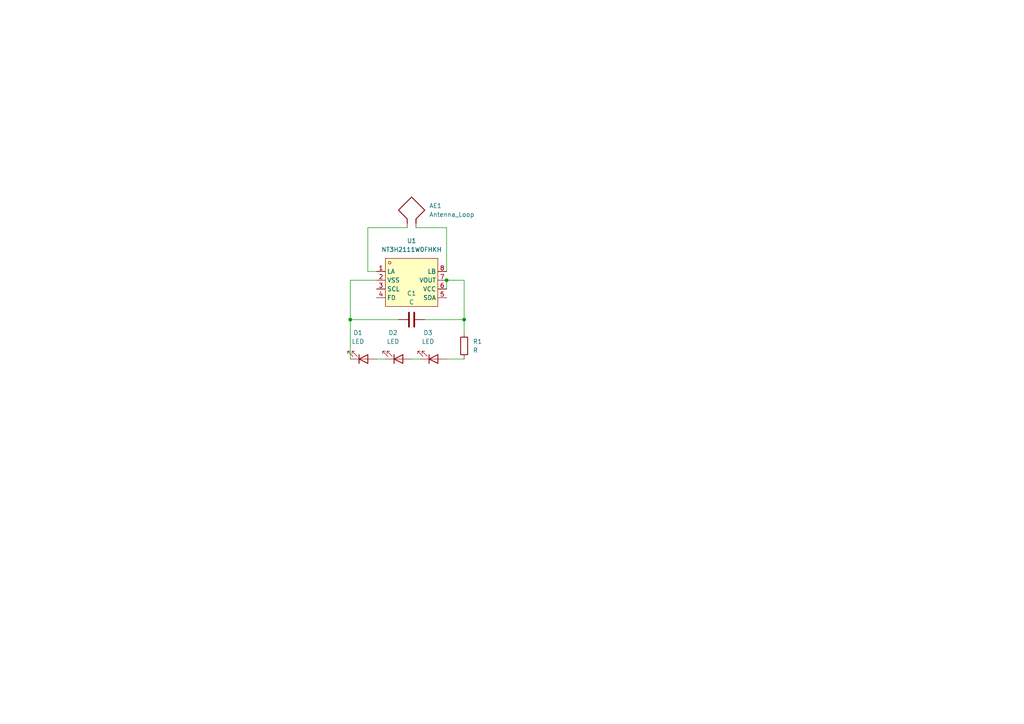
<source format=kicad_sch>
(kicad_sch (version 20250114) (generator "eeschema") (generator_version "9.0")
  (paper "A4")
  (lib_symbols
    (symbol "Device:Antenna_Loop" (pin_numbers (hide yes)) (pin_names (offset 1.016) (hide yes))
      (property "Reference" "AE" (at 1.27 6.35 0))
      (property "Value" "Antenna_Loop" (at 1.27 5.08 0))
      (symbol "Antenna_Loop_0_1"
        (polyline (pts (xy 2.54 -3.81) (xy 2.54 -2.54) (xy 5.08 0) (xy 1.27 3.81) (xy -2.54 0) (xy 0 -2.54) (xy 0 -3.81)) (stroke (width 0.254)))
      )
      (symbol "Antenna_Loop_1_1"
        (pin input line (at 0 -5.08 90) (length 2.54) (name "~") (number "1"))
        (pin input line (at 2.54 -5.08 90) (length 2.54) (name "~") (number "2"))
      )
    )
    (symbol "Device:C" (pin_numbers (hide yes)) (pin_names (offset 0.254))
      (property "Reference" "C" (at 0.635 2.54 0))
      (property "Value" "C" (at 0.635 -2.54 0))
      (symbol "C_0_1"
        (polyline (pts (xy -2.032 0.762) (xy 2.032 0.762)) (stroke (width 0.508)))
        (polyline (pts (xy -2.032 -0.762) (xy 2.032 -0.762)) (stroke (width 0.508)))
      )
      (symbol "C_1_1"
        (pin passive line (at 0 3.81 270) (length 2.794) (name "~") (number "1"))
        (pin passive line (at 0 -3.81 90) (length 2.794) (name "~") (number "2"))
      )
    )
    (symbol "Device:LED" (pin_numbers (hide yes)) (pin_names (offset 1.016) (hide yes))
      (property "Reference" "D" (at 0 2.54 0))
      (property "Value" "LED" (at 0 -2.54 0))
      (symbol "LED_0_1"
        (polyline (pts (xy -3.048 -0.762) (xy -4.572 -2.286) (xy -3.81 -2.286) (xy -4.572 -2.286) (xy -4.572 -1.524)))
        (polyline (pts (xy -1.778 -0.762) (xy -3.302 -2.286) (xy -2.54 -2.286) (xy -3.302 -2.286) (xy -3.302 -1.524)))
        (polyline (pts (xy -1.27 0) (xy 1.27 0)))
        (polyline (pts (xy -1.27 -1.27) (xy -1.27 1.27)) (stroke (width 0.254)))
        (polyline (pts (xy 1.27 -1.27) (xy 1.27 1.27) (xy -1.27 0) (xy 1.27 -1.27)) (stroke (width 0.254)))
      )
      (symbol "LED_1_1"
        (pin passive line (at -3.81 0 0) (length 2.54) (name "K") (number "1"))
        (pin passive line (at 3.81 0 180) (length 2.54) (name "A") (number "2"))
      )
    )
    (symbol "Device:R" (pin_numbers (hide yes)) (pin_names (offset 0))
      (property "Reference" "R" (at 2.032 0 90))
      (property "Value" "R" (at 0 0 90))
      (symbol "R_0_1"
        (rectangle (start -1.016 -2.54) (end 1.016 2.54) (stroke (width 0.254)))
      )
      (symbol "R_1_1"
        (pin passive line (at 0 3.81 270) (length 1.27) (name "~") (number "1"))
        (pin passive line (at 0 -3.81 90) (length 1.27) (name "~") (number "2"))
      )
    )
    (symbol "easyeda2kicad:NT3H2111W0FHKH"
      (property "Reference" "U" (at 0 8.89 0))
      (property "Value" "NT3H2111W0FHKH" (at 0 -8.89 0))
      (symbol "NT3H2111W0FHKH_0_1"
        (rectangle (start -7.62 7.62) (end 7.62 -6.35) (fill (type background)))
        (circle (center -6.35 6.35) (radius 0.38))
        (pin unspecified line (at -10.16 3.81 0) (length 2.54) (name "LA") (number "1"))
        (pin unspecified line (at -10.16 1.27 0) (length 2.54) (name "VSS") (number "2"))
        (pin unspecified line (at -10.16 -1.27 0) (length 2.54) (name "SCL") (number "3"))
        (pin unspecified line (at -10.16 -3.81 0) (length 2.54) (name "FD") (number "4"))
        (pin unspecified line (at 10.16 3.81 180) (length 2.54) (name "LB") (number "8"))
        (pin unspecified line (at 10.16 1.27 180) (length 2.54) (name "VOUT") (number "7"))
        (pin unspecified line (at 10.16 -1.27 180) (length 2.54) (name "VCC") (number "6"))
        (pin unspecified line (at 10.16 -3.81 180) (length 2.54) (name "SDA") (number "5"))
      )
    )
  )
  (junction (at 134.62 92.71))
  (junction (at 101.6 92.71))
  (junction (at 129.54 81.28))
  (wire (pts (xy 120.65 66.04) (xy 129.54 66.04)))
  (wire (pts (xy 106.68 66.04) (xy 106.68 78.74)))
  (wire (pts (xy 134.62 81.28) (xy 129.54 81.28)))
  (wire (pts (xy 134.62 96.52) (xy 134.62 92.71)))
  (wire (pts (xy 123.19 92.71) (xy 134.62 92.71)))
  (wire (pts (xy 129.54 104.14) (xy 134.62 104.14)))
  (wire (pts (xy 118.11 66.04) (xy 106.68 66.04)))
  (wire (pts (xy 101.6 92.71) (xy 115.57 92.71)))
  (wire (pts (xy 101.6 104.14) (xy 101.6 92.71)))
  (wire (pts (xy 101.6 81.28) (xy 109.22 81.28)))
  (wire (pts (xy 101.6 92.71) (xy 101.6 81.28)))
  (wire (pts (xy 129.54 81.28) (xy 129.54 83.82)))
  (wire (pts (xy 109.22 104.14) (xy 111.76 104.14)))
  (wire (pts (xy 106.68 78.74) (xy 109.22 78.74)))
  (wire (pts (xy 129.54 66.04) (xy 129.54 78.74)))
  (wire (pts (xy 134.62 92.71) (xy 134.62 81.28)))
  (wire (pts (xy 119.38 104.14) (xy 121.92 104.14)))
  (symbol (lib_id "easyeda2kicad:NT3H2111W0FHKH") (at 119.38 82.55 0) (unit 1)
    (property "Reference" "U1" (at 119.38 69.85 0))
    (property "Value" "NT3H2111W0FHKH" (at 119.38 72.39 0))
    (property "Footprint" "easyeda2kicad:XQFN-8_L1.6-W1.6-P0.50-BL_NT3H2111W0FHKH" (effects (hide yes)))
    (property "LCSC Part" "C710403" (effects (hide yes)))
  )
  (symbol (lib_id "Device:LED") (at 125.73 104.14 0) (mirror x) (unit 1)
    (property "Reference" "D3" (at 124.1425 96.52 0))
    (property "Value" "LED" (at 124.1425 99.06 0))
    (property "Footprint" "easyeda2kicad:LED0805-R-RD" (effects (hide yes)))
    (property "Description" "Light emitting diode" (effects (hide yes)))
    (property "Sim.Pins" "1=K 2=A" (effects (hide yes)))
  )
  (symbol (lib_id "Device:R") (at 134.62 100.33 0) (unit 1)
    (property "Reference" "R1" (at 137.16 99.0599 0) (effects (justify left)))
    (property "Value" "R" (at 137.16 101.5999 0) (effects (justify left)))
    (property "Footprint" "easyeda2kicad:R0603" (effects (hide yes)))
    (property "Description" "Resistor" (effects (hide yes)))
  )
  (symbol (lib_id "Device:LED") (at 105.41 104.14 0) (mirror x) (unit 1)
    (property "Reference" "D1" (at 103.8225 96.52 0))
    (property "Value" "LED" (at 103.8225 99.06 0))
    (property "Footprint" "easyeda2kicad:LED0805-R-RD" (effects (hide yes)))
    (property "Description" "Light emitting diode" (effects (hide yes)))
    (property "Sim.Pins" "1=K 2=A" (effects (hide yes)))
  )
  (symbol (lib_id "Device:Antenna_Loop") (at 118.11 60.96 0) (unit 1)
    (property "Reference" "AE1" (at 124.46 59.6899 0) (effects (justify left)))
    (property "Value" "Antenna_Loop" (at 124.46 62.2299 0) (effects (justify left)))
    (property "Footprint" "RF_Antenna:NFC_Antenna" (effects (hide yes)))
    (property "Description" "Loop antenna" (effects (hide yes)))
  )
  (symbol (lib_id "Device:C") (at 119.38 92.71 90) (unit 1)
    (property "Reference" "C1" (at 119.38 85.09 90))
    (property "Value" "C" (at 119.38 87.63 90))
    (property "Footprint" "easyeda2kicad:C0603" (effects (hide yes)))
    (property "Description" "Unpolarized capacitor" (effects (hide yes)))
  )
  (symbol (lib_id "Device:LED") (at 115.57 104.14 0) (mirror x) (unit 1)
    (property "Reference" "D2" (at 113.9825 96.52 0))
    (property "Value" "LED" (at 113.9825 99.06 0))
    (property "Footprint" "easyeda2kicad:LED0805-R-RD" (effects (hide yes)))
    (property "Description" "Light emitting diode" (effects (hide yes)))
    (property "Sim.Pins" "1=K 2=A" (effects (hide yes)))
  )
)
</source>
